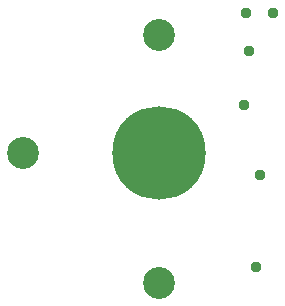
<source format=gbs>
G75*
%MOIN*%
%OFA0B0*%
%FSLAX25Y25*%
%IPPOS*%
%LPD*%
%AMOC8*
5,1,8,0,0,1.08239X$1,22.5*
%
%ADD10C,0.31115*%
%ADD11C,0.10643*%
%ADD12C,0.03778*%
D10*
X0062324Y0060355D03*
D11*
X0017048Y0060355D03*
X0062324Y0099725D03*
X0062324Y0017048D03*
D12*
X0094900Y0022300D03*
X0096100Y0052900D03*
X0090700Y0076300D03*
X0092500Y0094300D03*
X0091300Y0106900D03*
X0100300Y0106900D03*
M02*

</source>
